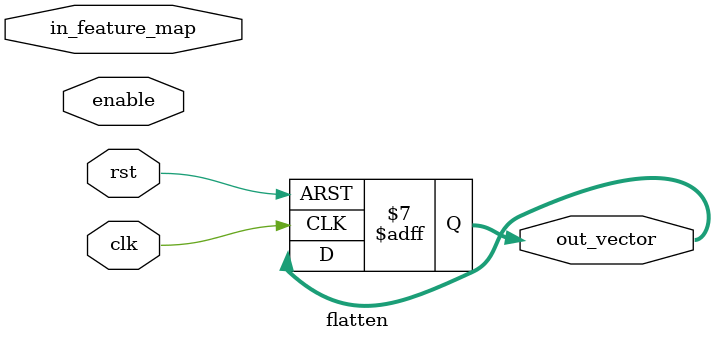
<source format=v>
module flatten #(
    parameter IN_WIDTH = 0,
    parameter IN_CHANNELS = 0,
    parameter OUT_WIDTH = 0
)(
    input wire clk,
    input wire rst,
    input wire enable,
    input wire [IN_WIDTH*IN_WIDTH*IN_CHANNELS-1:0] in_feature_map,
    output reg [OUT_WIDTH-1:0] out_vector
);
    integer i;
    always @(posedge clk or posedge rst) begin
        if (rst) begin
            out_vector <= 0;
        end else if (enable) begin
            for (i = 0; i < IN_WIDTH * IN_WIDTH * IN_CHANNELS; i = i + 1) begin
                out_vector[i] <= in_feature_map[i];
            end
        end
    end

    // Debug statement for flatten
    always @(posedge clk) begin
        if (enable) begin
            $display("Flatten output: %h", out_vector);
        end
    end

endmodule

</source>
